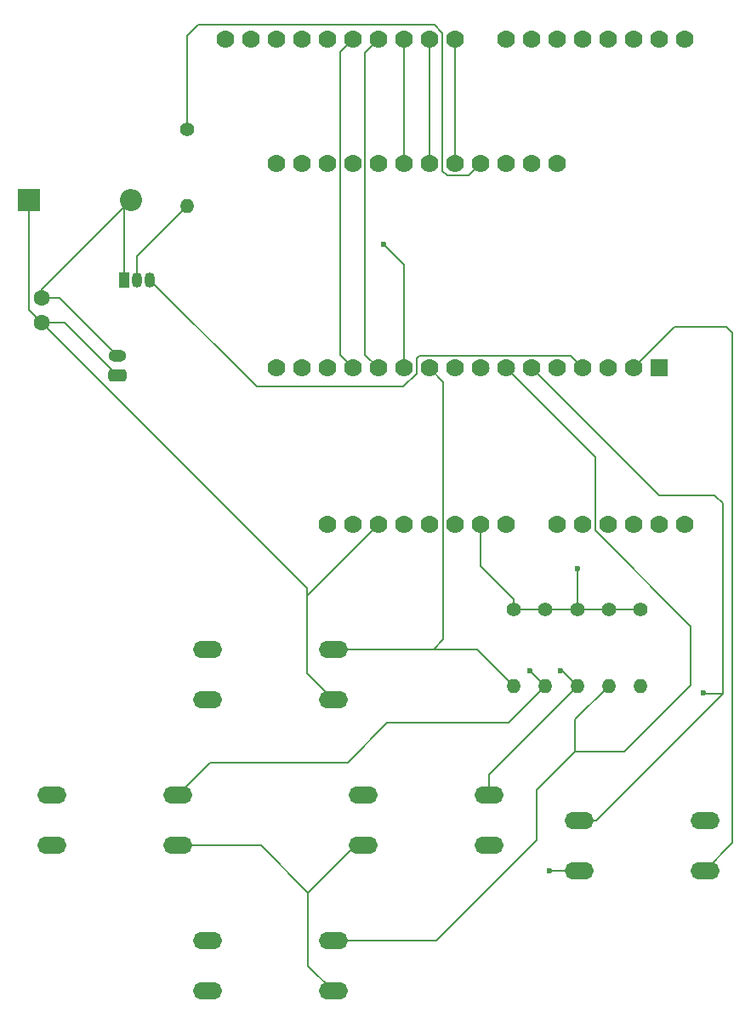
<source format=gbr>
%TF.GenerationSoftware,KiCad,Pcbnew,8.0.1*%
%TF.CreationDate,2024-04-29T12:30:17+02:00*%
%TF.ProjectId,teamagotchi,7465616d-6167-46f7-9463-68692e6b6963,rev?*%
%TF.SameCoordinates,Original*%
%TF.FileFunction,Copper,L1,Top*%
%TF.FilePolarity,Positive*%
%FSLAX46Y46*%
G04 Gerber Fmt 4.6, Leading zero omitted, Abs format (unit mm)*
G04 Created by KiCad (PCBNEW 8.0.1) date 2024-04-29 12:30:17*
%MOMM*%
%LPD*%
G01*
G04 APERTURE LIST*
G04 Aperture macros list*
%AMRoundRect*
0 Rectangle with rounded corners*
0 $1 Rounding radius*
0 $2 $3 $4 $5 $6 $7 $8 $9 X,Y pos of 4 corners*
0 Add a 4 corners polygon primitive as box body*
4,1,4,$2,$3,$4,$5,$6,$7,$8,$9,$2,$3,0*
0 Add four circle primitives for the rounded corners*
1,1,$1+$1,$2,$3*
1,1,$1+$1,$4,$5*
1,1,$1+$1,$6,$7*
1,1,$1+$1,$8,$9*
0 Add four rect primitives between the rounded corners*
20,1,$1+$1,$2,$3,$4,$5,0*
20,1,$1+$1,$4,$5,$6,$7,0*
20,1,$1+$1,$6,$7,$8,$9,0*
20,1,$1+$1,$8,$9,$2,$3,0*%
G04 Aperture macros list end*
%TA.AperFunction,ComponentPad*%
%ADD10C,1.400000*%
%TD*%
%TA.AperFunction,ComponentPad*%
%ADD11O,1.400000X1.400000*%
%TD*%
%TA.AperFunction,ComponentPad*%
%ADD12O,2.900000X1.700000*%
%TD*%
%TA.AperFunction,ComponentPad*%
%ADD13C,1.778000*%
%TD*%
%TA.AperFunction,ComponentPad*%
%ADD14R,2.200000X2.200000*%
%TD*%
%TA.AperFunction,ComponentPad*%
%ADD15O,2.200000X2.200000*%
%TD*%
%TA.AperFunction,ComponentPad*%
%ADD16R,1.050000X1.500000*%
%TD*%
%TA.AperFunction,ComponentPad*%
%ADD17O,1.050000X1.500000*%
%TD*%
%TA.AperFunction,ComponentPad*%
%ADD18R,1.778000X1.778000*%
%TD*%
%TA.AperFunction,ComponentPad*%
%ADD19RoundRect,0.250000X0.650000X-0.350000X0.650000X0.350000X-0.650000X0.350000X-0.650000X-0.350000X0*%
%TD*%
%TA.AperFunction,ComponentPad*%
%ADD20O,1.800000X1.200000*%
%TD*%
%TA.AperFunction,ComponentPad*%
%ADD21C,1.600000*%
%TD*%
%TA.AperFunction,ViaPad*%
%ADD22C,0.600000*%
%TD*%
%TA.AperFunction,Conductor*%
%ADD23C,0.200000*%
%TD*%
G04 APERTURE END LIST*
D10*
%TO.P,R4,1*%
%TO.N,Net-(Q1-E)*%
X164010000Y-108316000D03*
D11*
%TO.P,R4,2*%
%TO.N,Net-(U1-A4{slash}0.28)*%
X164010000Y-115936000D03*
%TD*%
D10*
%TO.P,R3,1*%
%TO.N,Net-(Q1-E)*%
X167160000Y-108316000D03*
D11*
%TO.P,R3,2*%
%TO.N,Net-(U1-A3{slash}0.05)*%
X167160000Y-115936000D03*
%TD*%
D12*
%TO.P,SW5,1,1*%
%TO.N,Net-(U1-A2{slash}0.04)*%
X130360000Y-141306000D03*
X142860000Y-141306000D03*
%TO.P,SW5,2,2*%
%TO.N,Net-(D1-K)*%
X130360000Y-146306000D03*
X142860000Y-146306000D03*
%TD*%
%TO.P,SW3,1,1*%
%TO.N,Net-(U1-A3{slash}0.05)*%
X145860000Y-126806000D03*
X158360000Y-126806000D03*
%TO.P,SW3,2,2*%
%TO.N,Net-(D1-K)*%
X145860000Y-131806000D03*
X158360000Y-131806000D03*
%TD*%
%TO.P,SW2,1,1*%
%TO.N,Net-(U1-A5{slash}0.29)*%
X130360000Y-112306000D03*
X142860000Y-112306000D03*
%TO.P,SW2,2,2*%
%TO.N,Net-(D1-K)*%
X130360000Y-117306000D03*
X142860000Y-117306000D03*
%TD*%
%TO.P,SW1,1,1*%
%TO.N,Net-(U1-A1{slash}0.03)*%
X167360000Y-129306000D03*
X179860000Y-129306000D03*
%TO.P,SW1,2,2*%
%TO.N,Net-(D1-K)*%
X167360000Y-134306000D03*
X179860000Y-134306000D03*
%TD*%
%TO.P,SW4,1,1*%
%TO.N,Net-(U1-A4{slash}0.28)*%
X114860000Y-126806000D03*
X127360000Y-126806000D03*
%TO.P,SW4,2,2*%
%TO.N,Net-(D1-K)*%
X114860000Y-131806000D03*
X127360000Y-131806000D03*
%TD*%
D13*
%TO.P,TFT1,*%
%TO.N,*%
X142320000Y-99866000D03*
X149940000Y-99866000D03*
%TO.P,TFT1,0*%
%TO.N,N/C*%
X177880000Y-51606000D03*
%TO.P,TFT1,1*%
X175340000Y-51606000D03*
%TO.P,TFT1,2*%
X172800000Y-51606000D03*
%TO.P,TFT1,3*%
X170260000Y-51606000D03*
%TO.P,TFT1,4,D4/SD_CS*%
%TO.N,unconnected-(TFT1-D4{slash}SD_CS-Pad4)*%
X167720000Y-51606000D03*
%TO.P,TFT1,5*%
%TO.N,N/C*%
X165180000Y-51606000D03*
%TO.P,TFT1,6*%
X162640000Y-51606000D03*
%TO.P,TFT1,7*%
X160100000Y-51606000D03*
%TO.P,TFT1,8,D8/Touch_CS*%
%TO.N,Net-(TFT1-D8{slash}Touch_CS)*%
X155020000Y-51606000D03*
%TO.P,TFT1,9,D9/TFT_DC*%
%TO.N,Net-(TFT1-D9{slash}TFT_DC)*%
X152480000Y-51606000D03*
%TO.P,TFT1,10,D10/TFT_CS*%
%TO.N,Net-(TFT1-D10{slash}TFT_CS)*%
X149940000Y-51606000D03*
%TO.P,TFT1,11,D11/MOSI*%
%TO.N,Net-(TFT1-D11{slash}MOSI)*%
X147400000Y-51606000D03*
%TO.P,TFT1,12,D12/MISO*%
%TO.N,Net-(TFT1-D12{slash}MISO)*%
X144860000Y-51606000D03*
%TO.P,TFT1,13,D13/SCLK*%
%TO.N,Net-(TFT1-D13{slash}SCLK)*%
X142320000Y-51606000D03*
%TO.P,TFT1,14*%
%TO.N,N/C*%
X139780000Y-51606000D03*
%TO.P,TFT1,15*%
X137240000Y-51606000D03*
%TO.P,TFT1,16*%
X134700000Y-51606000D03*
%TO.P,TFT1,17*%
X132160000Y-51606000D03*
%TO.P,TFT1,22*%
X160100000Y-99866000D03*
%TO.P,TFT1,23*%
X165180000Y-99866000D03*
%TO.P,TFT1,24*%
X167720000Y-99866000D03*
%TO.P,TFT1,25*%
X170260000Y-99866000D03*
%TO.P,TFT1,26*%
X172800000Y-99866000D03*
%TO.P,TFT1,27*%
X175340000Y-99866000D03*
%TO.P,TFT1,28*%
X177880000Y-99866000D03*
%TO.P,TFT1,40,GND*%
%TO.N,Net-(Q1-E)*%
X157560000Y-99866000D03*
%TO.P,TFT1,41*%
%TO.N,N/C*%
X155020000Y-99866000D03*
%TO.P,TFT1,50,3/5V*%
%TO.N,Net-(D1-K)*%
X147400000Y-99866000D03*
%TO.P,TFT1,51*%
%TO.N,N/C*%
X144860000Y-99866000D03*
%TO.P,TFT1,67*%
X152480000Y-99866000D03*
%TD*%
D10*
%TO.P,R2,1*%
%TO.N,Net-(Q1-E)*%
X170310000Y-108316000D03*
D11*
%TO.P,R2,2*%
%TO.N,Net-(U1-A2{slash}0.04)*%
X170310000Y-115936000D03*
%TD*%
D10*
%TO.P,R1,1*%
%TO.N,Net-(Q1-E)*%
X173460000Y-108316000D03*
D11*
%TO.P,R1,2*%
%TO.N,Net-(U1-A1{slash}0.03)*%
X173460000Y-115936000D03*
%TD*%
D10*
%TO.P,R5,1*%
%TO.N,Net-(Q1-E)*%
X160860000Y-108316000D03*
D11*
%TO.P,R5,2*%
%TO.N,Net-(U1-A5{slash}0.29)*%
X160860000Y-115936000D03*
%TD*%
D14*
%TO.P,D1,1,K*%
%TO.N,Net-(D1-K)*%
X112580000Y-67606000D03*
D15*
%TO.P,D1,2,A*%
%TO.N,Net-(D1-A)*%
X122740000Y-67606000D03*
%TD*%
D16*
%TO.P,Q1,1,C*%
%TO.N,Net-(D1-A)*%
X122090000Y-75546000D03*
D17*
%TO.P,Q1,2,B*%
%TO.N,Net-(Q1-B)*%
X123360000Y-75546000D03*
%TO.P,Q1,3,E*%
%TO.N,Net-(Q1-E)*%
X124630000Y-75546000D03*
%TD*%
D18*
%TO.P,U1,1,~{RESET}*%
%TO.N,unconnected-(U1-~{RESET}-Pad1)*%
X175300000Y-84326000D03*
D13*
%TO.P,U1,2,3V3*%
%TO.N,Net-(D1-K)*%
X172760000Y-84326000D03*
%TO.P,U1,3,3V3*%
X170220000Y-84326000D03*
%TO.P,U1,4,GND*%
%TO.N,Net-(Q1-E)*%
X167680000Y-84326000D03*
%TO.P,U1,5,A0/0.02*%
%TO.N,unconnected-(U1-A0{slash}0.02-Pad5)*%
X165140000Y-84326000D03*
%TO.P,U1,6,A1/0.03*%
%TO.N,Net-(U1-A1{slash}0.03)*%
X162600000Y-84326000D03*
%TO.P,U1,7,A2/0.04*%
%TO.N,Net-(U1-A2{slash}0.04)*%
X160060000Y-84326000D03*
%TO.P,U1,8,A3/0.05*%
%TO.N,Net-(U1-A3{slash}0.05)*%
X157520000Y-84326000D03*
%TO.P,U1,9,A4/0.28*%
%TO.N,Net-(U1-A4{slash}0.28)*%
X154980000Y-84326000D03*
%TO.P,U1,10,A5/0.29*%
%TO.N,Net-(U1-A5{slash}0.29)*%
X152440000Y-84326000D03*
%TO.P,U1,11,SCK*%
%TO.N,Net-(TFT1-D13{slash}SCLK)*%
X149900000Y-84326000D03*
%TO.P,U1,12,MOSI*%
%TO.N,Net-(TFT1-D11{slash}MOSI)*%
X147360000Y-84326000D03*
%TO.P,U1,13,MISO*%
%TO.N,Net-(TFT1-D12{slash}MISO)*%
X144820000Y-84326000D03*
%TO.P,U1,14,RXD*%
%TO.N,unconnected-(U1-RXD-Pad14)*%
X142280000Y-84326000D03*
%TO.P,U1,15,TXD*%
%TO.N,unconnected-(U1-TXD-Pad15)*%
X139740000Y-84326000D03*
%TO.P,U1,16,DFU*%
%TO.N,unconnected-(U1-DFU-Pad16)*%
X137200000Y-84326000D03*
%TO.P,U1,17,SDA*%
%TO.N,unconnected-(U1-SDA-Pad17)*%
X137200000Y-64006000D03*
%TO.P,U1,18,SCL*%
%TO.N,unconnected-(U1-SCL-Pad18)*%
X139740000Y-64006000D03*
%TO.P,U1,19,P0.27*%
%TO.N,unconnected-(U1-P0.27-Pad19)*%
X142280000Y-64006000D03*
%TO.P,U1,20,A6/P0.30*%
%TO.N,unconnected-(U1-A6{slash}P0.30-Pad20)*%
X144820000Y-64006000D03*
%TO.P,U1,21,A7/P0.31*%
%TO.N,unconnected-(U1-A7{slash}P0.31-Pad21)*%
X147360000Y-64006000D03*
%TO.P,U1,22,P0.11*%
%TO.N,Net-(TFT1-D10{slash}TFT_CS)*%
X149900000Y-64006000D03*
%TO.P,U1,23,P0.07*%
%TO.N,Net-(TFT1-D9{slash}TFT_DC)*%
X152440000Y-64006000D03*
%TO.P,U1,24,P0.15*%
%TO.N,Net-(TFT1-D8{slash}Touch_CS)*%
X154980000Y-64006000D03*
%TO.P,U1,25,P0.16*%
%TO.N,Net-(U1-P0.16)*%
X157520000Y-64006000D03*
%TO.P,U1,26,VBUS*%
%TO.N,unconnected-(U1-VBUS-Pad26)*%
X160060000Y-64006000D03*
%TO.P,U1,27,EN*%
%TO.N,unconnected-(U1-EN-Pad27)*%
X162600000Y-64006000D03*
%TO.P,U1,28,VBAT*%
%TO.N,unconnected-(U1-VBAT-Pad28)*%
X165140000Y-64006000D03*
%TD*%
D19*
%TO.P,M1,1,+*%
%TO.N,Net-(D1-K)*%
X121360000Y-85106000D03*
D20*
%TO.P,M1,2,-*%
%TO.N,Net-(D1-A)*%
X121360000Y-83106000D03*
%TD*%
D10*
%TO.P,R6,1*%
%TO.N,Net-(U1-P0.16)*%
X128360000Y-60596000D03*
D11*
%TO.P,R6,2*%
%TO.N,Net-(Q1-B)*%
X128360000Y-68216000D03*
%TD*%
D21*
%TO.P,C1,1*%
%TO.N,Net-(D1-K)*%
X113860000Y-79856000D03*
%TO.P,C1,2*%
%TO.N,Net-(D1-A)*%
X113860000Y-77356000D03*
%TD*%
D22*
%TO.N,Net-(TFT1-D13{slash}SCLK)*%
X147860000Y-72006000D03*
%TO.N,Net-(U1-A3{slash}0.05)*%
X165460000Y-114406000D03*
%TO.N,Net-(U1-A1{slash}0.03)*%
X179760000Y-116606000D03*
%TO.N,Net-(U1-A4{slash}0.28)*%
X162460000Y-114406000D03*
%TO.N,Net-(D1-K)*%
X164360000Y-134306000D03*
%TO.N,Net-(Q1-E)*%
X167160000Y-104306000D03*
%TD*%
D23*
%TO.N,Net-(TFT1-D10{slash}TFT_CS)*%
X149900000Y-51646000D02*
X149940000Y-51606000D01*
X149900000Y-64006000D02*
X149900000Y-51646000D01*
%TO.N,Net-(TFT1-D8{slash}Touch_CS)*%
X154980000Y-64006000D02*
X154980000Y-51646000D01*
X154980000Y-51646000D02*
X155020000Y-51606000D01*
%TO.N,Net-(TFT1-D12{slash}MISO)*%
X144820000Y-84326000D02*
X143560000Y-83066000D01*
X143560000Y-83066000D02*
X143560000Y-52906000D01*
X144880000Y-84386000D02*
X144820000Y-84326000D01*
X143560000Y-52906000D02*
X144860000Y-51606000D01*
%TO.N,Net-(TFT1-D13{slash}SCLK)*%
X149900000Y-74046000D02*
X147860000Y-72006000D01*
X149900000Y-84326000D02*
X149900000Y-74046000D01*
%TO.N,Net-(TFT1-D9{slash}TFT_DC)*%
X152440000Y-51646000D02*
X152480000Y-51606000D01*
X152440000Y-64006000D02*
X152440000Y-51646000D01*
%TO.N,Net-(TFT1-D11{slash}MOSI)*%
X146060000Y-83026000D02*
X146060000Y-52946000D01*
X146060000Y-52946000D02*
X147400000Y-51606000D01*
X147360000Y-84326000D02*
X146060000Y-83026000D01*
%TO.N,Net-(U1-A3{slash}0.05)*%
X158360000Y-124736000D02*
X167160000Y-115936000D01*
X165460000Y-114406000D02*
X165630000Y-114406000D01*
X158360000Y-126806000D02*
X158360000Y-124736000D01*
X165630000Y-114406000D02*
X167160000Y-115936000D01*
X157520000Y-84326000D02*
X158378500Y-84326000D01*
%TO.N,Net-(U1-A1{slash}0.03)*%
X175280000Y-97006000D02*
X162600000Y-84326000D01*
X162600000Y-84326000D02*
X162880000Y-84326000D01*
X181660000Y-116706000D02*
X181660000Y-97806000D01*
X169060000Y-129306000D02*
X181660000Y-116706000D01*
X181660000Y-97806000D02*
X180860000Y-97006000D01*
X181660000Y-116706000D02*
X179860000Y-116706000D01*
X180860000Y-97006000D02*
X175280000Y-97006000D01*
X179860000Y-116706000D02*
X179760000Y-116606000D01*
X167360000Y-129306000D02*
X169060000Y-129306000D01*
%TO.N,Net-(U1-A2{slash}0.04)*%
X178460000Y-110006000D02*
X168929000Y-100475000D01*
X142860000Y-141306000D02*
X153133654Y-141306000D01*
X163160000Y-131279654D02*
X163160000Y-126306000D01*
X166960000Y-122506000D02*
X166960000Y-119286000D01*
X160060000Y-84326000D02*
X160918500Y-84326000D01*
X168929000Y-100475000D02*
X168929000Y-93195000D01*
X171860000Y-122506000D02*
X178460000Y-115906000D01*
X166960000Y-122506000D02*
X171860000Y-122506000D01*
X178460000Y-115906000D02*
X178460000Y-110006000D01*
X163160000Y-126306000D02*
X166960000Y-122506000D01*
X166960000Y-119286000D02*
X170310000Y-115936000D01*
X168929000Y-93195000D02*
X160060000Y-84326000D01*
X153133654Y-141306000D02*
X163160000Y-131279654D01*
%TO.N,Net-(U1-A4{slash}0.28)*%
X162480000Y-114406000D02*
X162460000Y-114406000D01*
X160340000Y-119606000D02*
X164010000Y-115936000D01*
X144310000Y-123556000D02*
X148260000Y-119606000D01*
X130610000Y-123556000D02*
X144310000Y-123556000D01*
X127360000Y-126806000D02*
X130610000Y-123556000D01*
X148260000Y-119606000D02*
X160340000Y-119606000D01*
X164010000Y-115936000D02*
X162480000Y-114406000D01*
%TO.N,Net-(U1-A5{slash}0.29)*%
X142860000Y-112306000D02*
X152860000Y-112306000D01*
X157230000Y-112306000D02*
X160860000Y-115936000D01*
X153831000Y-85717000D02*
X152440000Y-84326000D01*
X152860000Y-112306000D02*
X157230000Y-112306000D01*
X152860000Y-112306000D02*
X153831000Y-111335000D01*
X153831000Y-111335000D02*
X153831000Y-85717000D01*
%TO.N,Net-(D1-A)*%
X122090000Y-68256000D02*
X122740000Y-67606000D01*
X115610000Y-77356000D02*
X121360000Y-83106000D01*
X113860000Y-77356000D02*
X115610000Y-77356000D01*
X113860000Y-77356000D02*
X113860000Y-76486000D01*
X113860000Y-76486000D02*
X122740000Y-67606000D01*
X122090000Y-75546000D02*
X122090000Y-68256000D01*
%TO.N,Net-(D1-K)*%
X145060000Y-131806000D02*
X145860000Y-131806000D01*
X127360000Y-131806000D02*
X135660000Y-131806000D01*
X140360000Y-136506000D02*
X140360000Y-137306000D01*
X167360000Y-134306000D02*
X164560000Y-134306000D01*
X135660000Y-131806000D02*
X140360000Y-136506000D01*
X140260000Y-114706000D02*
X140260000Y-107006000D01*
X147300000Y-99866000D02*
X147400000Y-99866000D01*
X140360000Y-136506000D02*
X145060000Y-131806000D01*
X113860000Y-79856000D02*
X112580000Y-78576000D01*
X164460000Y-134406000D02*
X164360000Y-134306000D01*
X140360000Y-143806000D02*
X140360000Y-137306000D01*
X142860000Y-117306000D02*
X140260000Y-114706000D01*
X140260000Y-107006000D02*
X147400000Y-99866000D01*
X116110000Y-79856000D02*
X121360000Y-85106000D01*
X142860000Y-146306000D02*
X140360000Y-143806000D01*
X113860000Y-79856000D02*
X140260000Y-106256000D01*
X172760000Y-84326000D02*
X176880000Y-80206000D01*
X140260000Y-106256000D02*
X140260000Y-107006000D01*
X113860000Y-79856000D02*
X116110000Y-79856000D01*
X182010000Y-80206000D02*
X182610000Y-80806000D01*
X164560000Y-134306000D02*
X164460000Y-134406000D01*
X182610000Y-131556000D02*
X179860000Y-134306000D01*
X182610000Y-80806000D02*
X182610000Y-131556000D01*
X142860000Y-146306000D02*
X143110000Y-146056000D01*
X112580000Y-78576000D02*
X112580000Y-67606000D01*
X147360000Y-99246000D02*
X147420000Y-99306000D01*
X176880000Y-80206000D02*
X182010000Y-80206000D01*
%TO.N,Net-(Q1-B)*%
X123360000Y-75546000D02*
X123360000Y-73216000D01*
X123360000Y-73216000D02*
X128360000Y-68216000D01*
%TO.N,Net-(Q1-E)*%
X124630000Y-75546000D02*
X135290000Y-86206000D01*
X166491000Y-83137000D02*
X167680000Y-84326000D01*
X149863500Y-86206000D02*
X151160000Y-84909500D01*
X151160000Y-84909500D02*
X151160000Y-83406000D01*
X135290000Y-86206000D02*
X149863500Y-86206000D01*
X160860000Y-108316000D02*
X164010000Y-108316000D01*
X167160000Y-108316000D02*
X167160000Y-104306000D01*
X167160000Y-108316000D02*
X164010000Y-108316000D01*
X157560000Y-104006000D02*
X157560000Y-99866000D01*
X151429000Y-83137000D02*
X166491000Y-83137000D01*
X151160000Y-83406000D02*
X151429000Y-83137000D01*
X160860000Y-108316000D02*
X160860000Y-107306000D01*
X167160000Y-108316000D02*
X170310000Y-108316000D01*
X160860000Y-107306000D02*
X157560000Y-104006000D01*
X170310000Y-108316000D02*
X173460000Y-108316000D01*
%TO.N,Net-(U1-P0.16)*%
X156331000Y-65195000D02*
X157520000Y-64006000D01*
X154249000Y-65195000D02*
X156331000Y-65195000D01*
X129460000Y-50206000D02*
X152960000Y-50206000D01*
X153760000Y-51006000D02*
X153760000Y-64706000D01*
X128360000Y-51306000D02*
X129460000Y-50206000D01*
X153760000Y-64706000D02*
X154249000Y-65195000D01*
X152960000Y-50206000D02*
X153760000Y-51006000D01*
X128360000Y-60596000D02*
X128360000Y-51306000D01*
%TD*%
M02*

</source>
